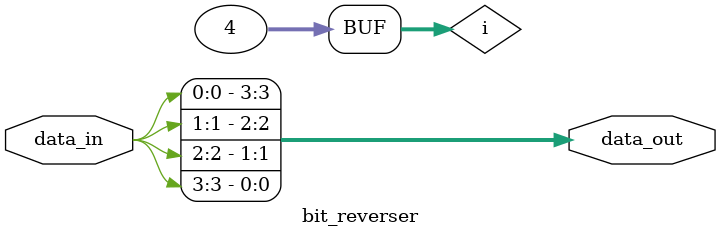
<source format=v>
`timescale 1ns / 1ps


module bit_reverser#(
    parameter WIDTH = 4
    )(
    input [WIDTH-1:0] data_in,
    output reg [WIDTH-1:0] data_out
    );
    
    integer i;
    
    always @(*) begin
        for(i=0;i<WIDTH;i=i+1) begin
            data_out[i] = data_in[(WIDTH-1)-i];
        end
    end
    
endmodule


</source>
